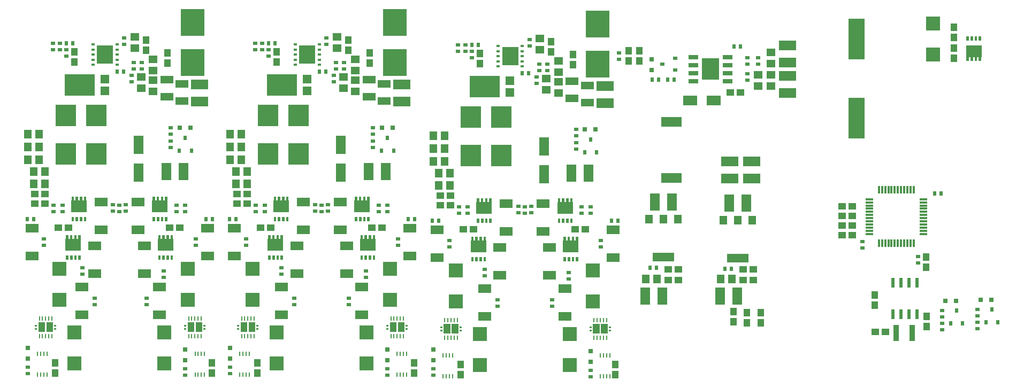
<source format=gtp>
G04*
G04 #@! TF.GenerationSoftware,Altium Limited,Altium Designer,23.11.1 (41)*
G04*
G04 Layer_Color=8421504*
%FSLAX25Y25*%
%MOIN*%
G70*
G04*
G04 #@! TF.SameCoordinates,C18E11E6-2F2A-4DEC-BC48-3546B0B1B692*
G04*
G04*
G04 #@! TF.FilePolarity,Positive*
G04*
G01*
G75*
%ADD17R,0.01200X0.04700*%
%ADD18R,0.04700X0.01200*%
%ADD19R,0.02362X0.02756*%
%ADD20R,0.19134X0.13228*%
%ADD21R,0.05512X0.05472*%
%ADD22R,0.03150X0.03150*%
%ADD23R,0.03150X0.03150*%
%ADD24R,0.08584X0.06417*%
%ADD25R,0.04331X0.04528*%
%ADD26R,0.12992X0.13386*%
G04:AMPARAMS|DCode=27|XSize=61.02mil|YSize=23.62mil|CornerRadius=0.59mil|HoleSize=0mil|Usage=FLASHONLY|Rotation=180.000|XOffset=0mil|YOffset=0mil|HoleType=Round|Shape=RoundedRectangle|*
%AMROUNDEDRECTD27*
21,1,0.06102,0.02244,0,0,180.0*
21,1,0.05984,0.02362,0,0,180.0*
1,1,0.00118,-0.02992,0.01122*
1,1,0.00118,0.02992,0.01122*
1,1,0.00118,0.02992,-0.01122*
1,1,0.00118,-0.02992,-0.01122*
%
%ADD27ROUNDEDRECTD27*%
%ADD28R,0.12600X0.06300*%
G04:AMPARAMS|DCode=29|XSize=23.62mil|YSize=9.45mil|CornerRadius=1.18mil|HoleSize=0mil|Usage=FLASHONLY|Rotation=270.000|XOffset=0mil|YOffset=0mil|HoleType=Round|Shape=RoundedRectangle|*
%AMROUNDEDRECTD29*
21,1,0.02362,0.00709,0,0,270.0*
21,1,0.02126,0.00945,0,0,270.0*
1,1,0.00236,-0.00354,-0.01063*
1,1,0.00236,-0.00354,0.01063*
1,1,0.00236,0.00354,0.01063*
1,1,0.00236,0.00354,-0.01063*
%
%ADD29ROUNDEDRECTD29*%
%ADD30R,0.02756X0.02362*%
%ADD31R,0.04528X0.04331*%
%ADD32R,0.04567X0.05787*%
%ADD33R,0.05787X0.04567*%
%ADD34R,0.07874X0.04921*%
%ADD35R,0.06024X0.10709*%
%ADD36R,0.10709X0.06024*%
%ADD37R,0.02362X0.05906*%
%ADD38R,0.03740X0.10236*%
%ADD39R,0.15000X0.16700*%
%ADD40R,0.02362X0.01181*%
%ADD41R,0.10236X0.11811*%
%ADD42R,0.00984X0.02953*%
%ADD43R,0.07874X0.05512*%
%ADD44R,0.06299X0.11811*%
%ADD45R,0.13780X0.05512*%
%ADD46R,0.04724X0.05512*%
%ADD47R,0.09843X0.25591*%
%ADD48R,0.08898X0.08504*%
G36*
X728894Y411169D02*
X727319D01*
Y413925D01*
X728894D01*
Y411169D01*
D02*
G37*
G36*
X726334D02*
X724759D01*
Y413925D01*
X726334D01*
Y411169D01*
D02*
G37*
G36*
X723775D02*
X722200D01*
Y413925D01*
X723775D01*
Y411169D01*
D02*
G37*
G36*
X721216D02*
X719641D01*
Y413925D01*
X721216D01*
Y411169D01*
D02*
G37*
G36*
X729110Y400775D02*
X728874D01*
Y398571D01*
X727339D01*
Y400775D01*
X726315D01*
Y398571D01*
X724780D01*
Y400775D01*
X723756D01*
Y398571D01*
X722221D01*
Y400775D01*
X721236D01*
Y398571D01*
X719622D01*
Y400775D01*
X719465D01*
Y408256D01*
X729110Y408295D01*
Y400775D01*
D02*
G37*
G36*
X565593Y386807D02*
X554924D01*
Y400193D01*
X565593D01*
Y386807D01*
D02*
G37*
G36*
X347878Y311725D02*
X348035D01*
Y304244D01*
X338390Y304205D01*
Y311725D01*
X338626D01*
Y313929D01*
X340161D01*
Y311725D01*
X341185D01*
Y313929D01*
X342720D01*
Y311725D01*
X343744D01*
Y313929D01*
X345279D01*
Y311725D01*
X346264D01*
Y313929D01*
X347878D01*
Y311725D01*
D02*
G37*
G36*
X297378D02*
X297535D01*
Y304244D01*
X287890Y304205D01*
Y311725D01*
X288126D01*
Y313929D01*
X289661D01*
Y311725D01*
X290685D01*
Y313929D01*
X292220D01*
Y311725D01*
X293244D01*
Y313929D01*
X294779D01*
Y311725D01*
X295764D01*
Y313929D01*
X297378D01*
Y311725D01*
D02*
G37*
G36*
X221878D02*
X222035D01*
Y304244D01*
X212390Y304205D01*
Y311725D01*
X212626D01*
Y313929D01*
X214161D01*
Y311725D01*
X215185D01*
Y313929D01*
X216720D01*
Y311725D01*
X217744D01*
Y313929D01*
X219279D01*
Y311725D01*
X220264D01*
Y313929D01*
X221878D01*
Y311725D01*
D02*
G37*
G36*
X171378D02*
X171535D01*
Y304244D01*
X161890Y304205D01*
Y311725D01*
X162126D01*
Y313929D01*
X163661D01*
Y311725D01*
X164685D01*
Y313929D01*
X166220D01*
Y311725D01*
X167244D01*
Y313929D01*
X168779D01*
Y311725D01*
X169764D01*
Y313929D01*
X171378D01*
Y311725D01*
D02*
G37*
G36*
X474378Y310725D02*
X474535D01*
Y303244D01*
X464890Y303205D01*
Y310725D01*
X465126D01*
Y312929D01*
X466661D01*
Y310725D01*
X467685D01*
Y312929D01*
X469220D01*
Y310725D01*
X470244D01*
Y312929D01*
X471779D01*
Y310725D01*
X472764D01*
Y312929D01*
X474378D01*
Y310725D01*
D02*
G37*
G36*
X423878D02*
X424035D01*
Y303244D01*
X414390Y303205D01*
Y310725D01*
X414626D01*
Y312929D01*
X416161D01*
Y310725D01*
X417185D01*
Y312929D01*
X418720D01*
Y310725D01*
X419744D01*
Y312929D01*
X421279D01*
Y310725D01*
X422264D01*
Y312929D01*
X423878D01*
Y310725D01*
D02*
G37*
G36*
X347859Y298575D02*
X346284D01*
Y301331D01*
X347859D01*
Y298575D01*
D02*
G37*
G36*
X345300D02*
X343725D01*
Y301331D01*
X345300D01*
Y298575D01*
D02*
G37*
G36*
X342741D02*
X341166D01*
Y301331D01*
X342741D01*
Y298575D01*
D02*
G37*
G36*
X340181D02*
X338606D01*
Y301331D01*
X340181D01*
Y298575D01*
D02*
G37*
G36*
X297359D02*
X295784D01*
Y301331D01*
X297359D01*
Y298575D01*
D02*
G37*
G36*
X294799D02*
X293225D01*
Y301331D01*
X294799D01*
Y298575D01*
D02*
G37*
G36*
X292241D02*
X290666D01*
Y301331D01*
X292241D01*
Y298575D01*
D02*
G37*
G36*
X289681D02*
X288106D01*
Y301331D01*
X289681D01*
Y298575D01*
D02*
G37*
G36*
X221859D02*
X220284D01*
Y301331D01*
X221859D01*
Y298575D01*
D02*
G37*
G36*
X219300D02*
X217725D01*
Y301331D01*
X219300D01*
Y298575D01*
D02*
G37*
G36*
X216741D02*
X215166D01*
Y301331D01*
X216741D01*
Y298575D01*
D02*
G37*
G36*
X214181D02*
X212606D01*
Y301331D01*
X214181D01*
Y298575D01*
D02*
G37*
G36*
X171359D02*
X169784D01*
Y301331D01*
X171359D01*
Y298575D01*
D02*
G37*
G36*
X168799D02*
X167225D01*
Y301331D01*
X168799D01*
Y298575D01*
D02*
G37*
G36*
X166241D02*
X164666D01*
Y301331D01*
X166241D01*
Y298575D01*
D02*
G37*
G36*
X163681D02*
X162106D01*
Y301331D01*
X163681D01*
Y298575D01*
D02*
G37*
G36*
X474359Y297575D02*
X472784D01*
Y300331D01*
X474359D01*
Y297575D01*
D02*
G37*
G36*
X471800D02*
X470225D01*
Y300331D01*
X471800D01*
Y297575D01*
D02*
G37*
G36*
X469241D02*
X467666D01*
Y300331D01*
X469241D01*
Y297575D01*
D02*
G37*
G36*
X466681D02*
X465106D01*
Y300331D01*
X466681D01*
Y297575D01*
D02*
G37*
G36*
X423859D02*
X422284D01*
Y300331D01*
X423859D01*
Y297575D01*
D02*
G37*
G36*
X421300D02*
X419725D01*
Y300331D01*
X421300D01*
Y297575D01*
D02*
G37*
G36*
X418741D02*
X417166D01*
Y300331D01*
X418741D01*
Y297575D01*
D02*
G37*
G36*
X416181D02*
X414606D01*
Y300331D01*
X416181D01*
Y297575D01*
D02*
G37*
G36*
X351378Y287725D02*
X351535D01*
Y280244D01*
X341890Y280205D01*
Y287725D01*
X342126D01*
Y289929D01*
X343661D01*
Y287725D01*
X344685D01*
Y289929D01*
X346220D01*
Y287725D01*
X347244D01*
Y289929D01*
X348779D01*
Y287725D01*
X349764D01*
Y289929D01*
X351378D01*
Y287725D01*
D02*
G37*
G36*
X293878D02*
X294035D01*
Y280244D01*
X284390Y280205D01*
Y287725D01*
X284626D01*
Y289929D01*
X286161D01*
Y287725D01*
X287185D01*
Y289929D01*
X288720D01*
Y287725D01*
X289744D01*
Y289929D01*
X291279D01*
Y287725D01*
X292264D01*
Y289929D01*
X293878D01*
Y287725D01*
D02*
G37*
G36*
X225378D02*
X225535D01*
Y280244D01*
X215890Y280205D01*
Y287725D01*
X216126D01*
Y289929D01*
X217661D01*
Y287725D01*
X218685D01*
Y289929D01*
X220220D01*
Y287725D01*
X221244D01*
Y289929D01*
X222779D01*
Y287725D01*
X223764D01*
Y289929D01*
X225378D01*
Y287725D01*
D02*
G37*
G36*
X167878D02*
X168035D01*
Y280244D01*
X158390Y280205D01*
Y287725D01*
X158626D01*
Y289929D01*
X160161D01*
Y287725D01*
X161185D01*
Y289929D01*
X162720D01*
Y287725D01*
X163744D01*
Y289929D01*
X165279D01*
Y287725D01*
X166264D01*
Y289929D01*
X167878D01*
Y287725D01*
D02*
G37*
G36*
X477878Y286725D02*
X478035D01*
Y279244D01*
X468390Y279205D01*
Y286725D01*
X468626D01*
Y288929D01*
X470161D01*
Y286725D01*
X471185D01*
Y288929D01*
X472720D01*
Y286725D01*
X473744D01*
Y288929D01*
X475279D01*
Y286725D01*
X476264D01*
Y288929D01*
X477878D01*
Y286725D01*
D02*
G37*
G36*
X420378D02*
X420535D01*
Y279244D01*
X410890Y279205D01*
Y286725D01*
X411126D01*
Y288929D01*
X412661D01*
Y286725D01*
X413685D01*
Y288929D01*
X415220D01*
Y286725D01*
X416244D01*
Y288929D01*
X417779D01*
Y286725D01*
X418764D01*
Y288929D01*
X420378D01*
Y286725D01*
D02*
G37*
G36*
X351359Y274575D02*
X349784D01*
Y277331D01*
X351359D01*
Y274575D01*
D02*
G37*
G36*
X348799D02*
X347225D01*
Y277331D01*
X348799D01*
Y274575D01*
D02*
G37*
G36*
X346241D02*
X344666D01*
Y277331D01*
X346241D01*
Y274575D01*
D02*
G37*
G36*
X343681D02*
X342106D01*
Y277331D01*
X343681D01*
Y274575D01*
D02*
G37*
G36*
X293859D02*
X292284D01*
Y277331D01*
X293859D01*
Y274575D01*
D02*
G37*
G36*
X291300D02*
X289725D01*
Y277331D01*
X291300D01*
Y274575D01*
D02*
G37*
G36*
X288741D02*
X287166D01*
Y277331D01*
X288741D01*
Y274575D01*
D02*
G37*
G36*
X286181D02*
X284606D01*
Y277331D01*
X286181D01*
Y274575D01*
D02*
G37*
G36*
X225359D02*
X223784D01*
Y277331D01*
X225359D01*
Y274575D01*
D02*
G37*
G36*
X222799D02*
X221225D01*
Y277331D01*
X222799D01*
Y274575D01*
D02*
G37*
G36*
X220241D02*
X218666D01*
Y277331D01*
X220241D01*
Y274575D01*
D02*
G37*
G36*
X217681D02*
X216106D01*
Y277331D01*
X217681D01*
Y274575D01*
D02*
G37*
G36*
X167859D02*
X166284D01*
Y277331D01*
X167859D01*
Y274575D01*
D02*
G37*
G36*
X165299D02*
X163725D01*
Y277331D01*
X165299D01*
Y274575D01*
D02*
G37*
G36*
X162741D02*
X161166D01*
Y277331D01*
X162741D01*
Y274575D01*
D02*
G37*
G36*
X160181D02*
X158606D01*
Y277331D01*
X160181D01*
Y274575D01*
D02*
G37*
G36*
X477859Y273575D02*
X476284D01*
Y276331D01*
X477859D01*
Y273575D01*
D02*
G37*
G36*
X475300D02*
X473725D01*
Y276331D01*
X475300D01*
Y273575D01*
D02*
G37*
G36*
X472741D02*
X471166D01*
Y276331D01*
X472741D01*
Y273575D01*
D02*
G37*
G36*
X470181D02*
X468606D01*
Y276331D01*
X470181D01*
Y273575D01*
D02*
G37*
G36*
X420359D02*
X418784D01*
Y276331D01*
X420359D01*
Y273575D01*
D02*
G37*
G36*
X417800D02*
X416225D01*
Y276331D01*
X417800D01*
Y273575D01*
D02*
G37*
G36*
X415241D02*
X413666D01*
Y276331D01*
X415241D01*
Y273575D01*
D02*
G37*
G36*
X412681D02*
X411106D01*
Y276331D01*
X412681D01*
Y273575D01*
D02*
G37*
G36*
X371693Y232992D02*
X370354D01*
Y233976D01*
X371693D01*
Y232992D01*
D02*
G37*
G36*
X359646D02*
X358307D01*
Y233976D01*
X359646D01*
Y232992D01*
D02*
G37*
G36*
X278693D02*
X277354D01*
Y233976D01*
X278693D01*
Y232992D01*
D02*
G37*
G36*
X266646D02*
X265307D01*
Y233976D01*
X266646D01*
Y232992D01*
D02*
G37*
G36*
X245693D02*
X244354D01*
Y233976D01*
X245693D01*
Y232992D01*
D02*
G37*
G36*
X233646D02*
X232307D01*
Y233976D01*
X233646D01*
Y232992D01*
D02*
G37*
G36*
X152693D02*
X151354D01*
Y233976D01*
X152693D01*
Y232992D01*
D02*
G37*
G36*
X140646D02*
X139307D01*
Y233976D01*
X140646D01*
Y232992D01*
D02*
G37*
G36*
X498193Y231992D02*
X496854D01*
Y232976D01*
X498193D01*
Y231992D01*
D02*
G37*
G36*
X486146D02*
X484807D01*
Y232976D01*
X486146D01*
Y231992D01*
D02*
G37*
G36*
X405193D02*
X403854D01*
Y232976D01*
X405193D01*
Y231992D01*
D02*
G37*
G36*
X393146D02*
X391807D01*
Y232976D01*
X393146D01*
Y231992D01*
D02*
G37*
G36*
X371693Y231024D02*
X370354D01*
Y232008D01*
X371693D01*
Y231024D01*
D02*
G37*
G36*
X359646D02*
X358307D01*
Y232008D01*
X359646D01*
Y231024D01*
D02*
G37*
G36*
X278693D02*
X277354D01*
Y232008D01*
X278693D01*
Y231024D01*
D02*
G37*
G36*
X266646D02*
X265307D01*
Y232008D01*
X266646D01*
Y231024D01*
D02*
G37*
G36*
X245693D02*
X244354D01*
Y232008D01*
X245693D01*
Y231024D01*
D02*
G37*
G36*
X233646D02*
X232307D01*
Y232008D01*
X233646D01*
Y231024D01*
D02*
G37*
G36*
X152693D02*
X151354D01*
Y232008D01*
X152693D01*
Y231024D01*
D02*
G37*
G36*
X140646D02*
X139307D01*
Y232008D01*
X140646D01*
Y231024D01*
D02*
G37*
G36*
X498193Y230024D02*
X496854D01*
Y231008D01*
X498193D01*
Y230024D01*
D02*
G37*
G36*
X486146D02*
X484807D01*
Y231008D01*
X486146D01*
Y230024D01*
D02*
G37*
G36*
X405193D02*
X403854D01*
Y231008D01*
X405193D01*
Y230024D01*
D02*
G37*
G36*
X393146D02*
X391807D01*
Y231008D01*
X393146D01*
Y230024D01*
D02*
G37*
G36*
X369567Y229547D02*
X365394D01*
Y235453D01*
X369567D01*
Y229547D01*
D02*
G37*
G36*
X364606D02*
X360433D01*
Y235453D01*
X364606D01*
Y229547D01*
D02*
G37*
G36*
X276567D02*
X272394D01*
Y235453D01*
X276567D01*
Y229547D01*
D02*
G37*
G36*
X271606D02*
X267433D01*
Y235453D01*
X271606D01*
Y229547D01*
D02*
G37*
G36*
X243567D02*
X239394D01*
Y235453D01*
X243567D01*
Y229547D01*
D02*
G37*
G36*
X238606D02*
X234433D01*
Y235453D01*
X238606D01*
Y229547D01*
D02*
G37*
G36*
X150567D02*
X146394D01*
Y235453D01*
X150567D01*
Y229547D01*
D02*
G37*
G36*
X145606D02*
X141433D01*
Y235453D01*
X145606D01*
Y229547D01*
D02*
G37*
G36*
X496067Y228547D02*
X491894D01*
Y234453D01*
X496067D01*
Y228547D01*
D02*
G37*
G36*
X491106D02*
X486933D01*
Y234453D01*
X491106D01*
Y228547D01*
D02*
G37*
G36*
X403067D02*
X398894D01*
Y234453D01*
X403067D01*
Y228547D01*
D02*
G37*
G36*
X398106D02*
X393933D01*
Y234453D01*
X398106D01*
Y228547D01*
D02*
G37*
D17*
X686827Y318232D02*
D03*
X684858D02*
D03*
X682890D02*
D03*
X680921D02*
D03*
X678953D02*
D03*
X676984D02*
D03*
X675016D02*
D03*
X673047D02*
D03*
X671079D02*
D03*
X669110D02*
D03*
X667142D02*
D03*
X665173D02*
D03*
Y284768D02*
D03*
X667142D02*
D03*
X669110D02*
D03*
X671079D02*
D03*
X673047D02*
D03*
X675016D02*
D03*
X676984D02*
D03*
X678953D02*
D03*
X680921D02*
D03*
X682890D02*
D03*
X684858D02*
D03*
X686827D02*
D03*
D18*
X659268Y312327D02*
D03*
Y310358D02*
D03*
Y308390D02*
D03*
Y306421D02*
D03*
Y304453D02*
D03*
Y302484D02*
D03*
Y300516D02*
D03*
Y298547D02*
D03*
Y296579D02*
D03*
Y294610D02*
D03*
Y292642D02*
D03*
Y290673D02*
D03*
X692732D02*
D03*
Y292642D02*
D03*
Y294610D02*
D03*
Y296579D02*
D03*
Y298547D02*
D03*
Y300516D02*
D03*
Y302484D02*
D03*
Y304453D02*
D03*
Y306421D02*
D03*
Y308390D02*
D03*
Y310358D02*
D03*
Y312327D02*
D03*
D19*
X700032Y316000D02*
D03*
X703968D02*
D03*
X526469Y269500D02*
D03*
X522532D02*
D03*
X573118Y269000D02*
D03*
X569181D02*
D03*
X194468Y392000D02*
D03*
X190532D02*
D03*
X320468D02*
D03*
X316531D02*
D03*
X443032Y391000D02*
D03*
X446969D02*
D03*
X159031Y409500D02*
D03*
X162969D02*
D03*
X285032D02*
D03*
X288968D02*
D03*
X411531Y408500D02*
D03*
X415469D02*
D03*
X533532Y387000D02*
D03*
X537468D02*
D03*
X527727D02*
D03*
X523790D02*
D03*
X578727Y407500D02*
D03*
X574790D02*
D03*
X249969Y300000D02*
D03*
X246031D02*
D03*
X375969D02*
D03*
X372031D02*
D03*
X502468Y299000D02*
D03*
X498531D02*
D03*
X138469Y300000D02*
D03*
X134531D02*
D03*
X264469D02*
D03*
X260531D02*
D03*
X390968Y299000D02*
D03*
X387032D02*
D03*
X229260Y342563D02*
D03*
X236740D02*
D03*
X233000Y350437D02*
D03*
X481760Y341563D02*
D03*
X489240D02*
D03*
X485500Y349437D02*
D03*
X355260Y342563D02*
D03*
X362740D02*
D03*
X359000Y350437D02*
D03*
X735500Y243437D02*
D03*
X739240Y235563D02*
D03*
X731760D02*
D03*
X713500Y242937D02*
D03*
X717240Y235063D02*
D03*
X709760D02*
D03*
D20*
X419567Y382500D02*
D03*
X167067Y383500D02*
D03*
X293067D02*
D03*
D21*
X435244Y386122D02*
D03*
Y378878D02*
D03*
X182744Y379878D02*
D03*
Y387122D02*
D03*
X308744Y379878D02*
D03*
Y387122D02*
D03*
D22*
X713180Y249043D02*
D03*
X706481D02*
D03*
X728480Y249542D02*
D03*
X735181D02*
D03*
X488681Y356043D02*
D03*
X481981D02*
D03*
X355481Y357043D02*
D03*
X362180D02*
D03*
X236180D02*
D03*
X229481D02*
D03*
D23*
X387457Y218681D02*
D03*
Y211981D02*
D03*
X260958Y212981D02*
D03*
Y219681D02*
D03*
X134958D02*
D03*
Y212981D02*
D03*
X485458Y210981D02*
D03*
Y217681D02*
D03*
X358958Y218681D02*
D03*
Y211981D02*
D03*
X232958D02*
D03*
Y218681D02*
D03*
X523716Y392981D02*
D03*
Y399680D02*
D03*
D24*
X562312Y374000D02*
D03*
X547688D02*
D03*
D25*
X583000Y235350D02*
D03*
Y241650D02*
D03*
X694500Y276150D02*
D03*
Y269850D02*
D03*
X164000Y404150D02*
D03*
Y397850D02*
D03*
X290000Y404150D02*
D03*
Y397850D02*
D03*
X416500Y403150D02*
D03*
Y396850D02*
D03*
X249500Y210150D02*
D03*
Y203850D02*
D03*
X375500Y210150D02*
D03*
Y203850D02*
D03*
X501000Y202850D02*
D03*
Y209150D02*
D03*
X152000Y210150D02*
D03*
Y203850D02*
D03*
X278000Y210150D02*
D03*
Y203850D02*
D03*
X404500Y209150D02*
D03*
Y202850D02*
D03*
X574500Y235850D02*
D03*
Y242150D02*
D03*
X591500Y235350D02*
D03*
Y241650D02*
D03*
X515759Y398500D02*
D03*
Y404799D02*
D03*
X509259D02*
D03*
Y398500D02*
D03*
X208500Y405350D02*
D03*
Y411650D02*
D03*
X334500Y405350D02*
D03*
Y411650D02*
D03*
X461000Y404350D02*
D03*
Y410650D02*
D03*
X222000Y397350D02*
D03*
Y403650D02*
D03*
X348000Y397350D02*
D03*
Y403650D02*
D03*
X474500Y396350D02*
D03*
Y402650D02*
D03*
X695000Y239150D02*
D03*
Y232850D02*
D03*
X662500Y246350D02*
D03*
Y252650D02*
D03*
X712000Y400350D02*
D03*
Y406650D02*
D03*
Y413350D02*
D03*
Y419650D02*
D03*
D26*
X430000Y339500D02*
D03*
Y363500D02*
D03*
X411000D02*
D03*
Y339500D02*
D03*
X284500Y340500D02*
D03*
Y364500D02*
D03*
X303500D02*
D03*
Y340500D02*
D03*
X177500D02*
D03*
Y364500D02*
D03*
X158500D02*
D03*
Y340500D02*
D03*
D27*
X570889Y386000D02*
D03*
Y391000D02*
D03*
Y396000D02*
D03*
Y401000D02*
D03*
X549629D02*
D03*
Y396000D02*
D03*
Y391000D02*
D03*
Y386000D02*
D03*
D28*
X536000Y325450D02*
D03*
Y360550D02*
D03*
D29*
X402437Y225988D02*
D03*
X400468D02*
D03*
X398500D02*
D03*
X396532D02*
D03*
X394563D02*
D03*
Y237012D02*
D03*
X396532D02*
D03*
X398500D02*
D03*
X400468D02*
D03*
X402437D02*
D03*
X275937Y238012D02*
D03*
X273969D02*
D03*
X272000D02*
D03*
X270031D02*
D03*
X268063D02*
D03*
Y226988D02*
D03*
X270031D02*
D03*
X272000D02*
D03*
X273969D02*
D03*
X275937D02*
D03*
X495437Y225988D02*
D03*
X493469D02*
D03*
X491500D02*
D03*
X489532D02*
D03*
X487563D02*
D03*
Y237012D02*
D03*
X489532D02*
D03*
X491500D02*
D03*
X493469D02*
D03*
X495437D02*
D03*
X368937Y238012D02*
D03*
X366968D02*
D03*
X365000D02*
D03*
X363032D02*
D03*
X361063D02*
D03*
Y226988D02*
D03*
X363032D02*
D03*
X365000D02*
D03*
X366968D02*
D03*
X368937D02*
D03*
X149937D02*
D03*
X147968D02*
D03*
X146000D02*
D03*
X144032D02*
D03*
X142063D02*
D03*
Y238012D02*
D03*
X144032D02*
D03*
X146000D02*
D03*
X147968D02*
D03*
X149937D02*
D03*
X242937D02*
D03*
X240968D02*
D03*
X239000D02*
D03*
X237032D02*
D03*
X235063D02*
D03*
Y226988D02*
D03*
X237032D02*
D03*
X239000D02*
D03*
X240968D02*
D03*
X242937D02*
D03*
D30*
X159000Y401532D02*
D03*
Y405469D02*
D03*
X285000Y401532D02*
D03*
Y405469D02*
D03*
X411500Y400531D02*
D03*
Y404468D02*
D03*
X503259Y403618D02*
D03*
Y399681D02*
D03*
X196000Y305031D02*
D03*
Y308968D02*
D03*
X322000Y305031D02*
D03*
Y308968D02*
D03*
X448500Y304031D02*
D03*
Y307968D02*
D03*
X192000Y304532D02*
D03*
Y308469D02*
D03*
X318000Y304532D02*
D03*
Y308469D02*
D03*
X444500Y303532D02*
D03*
Y307469D02*
D03*
X188000Y305031D02*
D03*
Y308968D02*
D03*
X314000Y305031D02*
D03*
Y308968D02*
D03*
X440500Y304031D02*
D03*
Y307968D02*
D03*
X206000Y397468D02*
D03*
Y393531D02*
D03*
X332000Y397468D02*
D03*
Y393531D02*
D03*
X458500Y396468D02*
D03*
Y392531D02*
D03*
X201000Y397468D02*
D03*
Y393531D02*
D03*
X327000Y397468D02*
D03*
Y393531D02*
D03*
X453500Y396468D02*
D03*
Y392531D02*
D03*
X199500Y385500D02*
D03*
Y389437D02*
D03*
X325500Y385500D02*
D03*
Y389437D02*
D03*
X452000Y384500D02*
D03*
Y388437D02*
D03*
X227500Y308469D02*
D03*
Y304532D02*
D03*
X353500D02*
D03*
Y308469D02*
D03*
X480000Y303532D02*
D03*
Y307469D02*
D03*
X151000Y308469D02*
D03*
Y304532D02*
D03*
X277000Y308469D02*
D03*
Y304532D02*
D03*
X403500Y307469D02*
D03*
Y303532D02*
D03*
X689500Y272532D02*
D03*
Y276468D02*
D03*
X655000Y282031D02*
D03*
Y285968D02*
D03*
X589759Y396532D02*
D03*
Y400468D02*
D03*
X583259Y396532D02*
D03*
Y400468D02*
D03*
Y390469D02*
D03*
Y386531D02*
D03*
X195000Y412968D02*
D03*
Y409031D02*
D03*
X321000Y412968D02*
D03*
Y409031D02*
D03*
X447500Y411969D02*
D03*
Y408032D02*
D03*
X155000Y405532D02*
D03*
Y409469D02*
D03*
X281000Y405532D02*
D03*
Y409469D02*
D03*
X407500Y404531D02*
D03*
Y408468D02*
D03*
X150500Y409469D02*
D03*
Y405532D02*
D03*
X276500Y409469D02*
D03*
Y405532D02*
D03*
X403000Y408468D02*
D03*
Y404531D02*
D03*
X224000Y348437D02*
D03*
Y344500D02*
D03*
X350000D02*
D03*
Y348437D02*
D03*
X476500Y343500D02*
D03*
Y347437D02*
D03*
X224000Y356937D02*
D03*
Y353000D02*
D03*
X350000Y356937D02*
D03*
Y353000D02*
D03*
X476500Y355937D02*
D03*
Y352000D02*
D03*
X233000Y202532D02*
D03*
Y206469D02*
D03*
X359000D02*
D03*
Y202532D02*
D03*
X485500Y205469D02*
D03*
Y201532D02*
D03*
X135000Y207469D02*
D03*
Y203532D02*
D03*
X261000Y207469D02*
D03*
Y203532D02*
D03*
X387500Y206469D02*
D03*
Y202532D02*
D03*
X219500Y263531D02*
D03*
Y267469D02*
D03*
X345500Y263531D02*
D03*
Y267469D02*
D03*
X472000Y262531D02*
D03*
Y266469D02*
D03*
X169000Y265531D02*
D03*
Y269468D02*
D03*
X293000D02*
D03*
Y265531D02*
D03*
X419500Y268468D02*
D03*
Y264531D02*
D03*
X209000Y250468D02*
D03*
Y246532D02*
D03*
X335000Y250468D02*
D03*
Y246532D02*
D03*
X461500Y249468D02*
D03*
Y245532D02*
D03*
X176500Y250468D02*
D03*
Y246532D02*
D03*
X301000Y250468D02*
D03*
Y246532D02*
D03*
X427500Y249468D02*
D03*
Y245532D02*
D03*
X156500Y308469D02*
D03*
Y304532D02*
D03*
X282500Y308469D02*
D03*
Y304532D02*
D03*
X409000Y307469D02*
D03*
Y303532D02*
D03*
X233000Y308469D02*
D03*
Y304532D02*
D03*
X359000Y308469D02*
D03*
Y304532D02*
D03*
X485500Y307469D02*
D03*
Y303532D02*
D03*
X239500Y287469D02*
D03*
Y283531D02*
D03*
X365500Y287469D02*
D03*
Y283531D02*
D03*
X492000Y286469D02*
D03*
Y282531D02*
D03*
X145000Y283531D02*
D03*
Y287469D02*
D03*
X271000D02*
D03*
Y283531D02*
D03*
X397500Y286469D02*
D03*
Y282531D02*
D03*
X726500Y243468D02*
D03*
Y239531D02*
D03*
X704500Y242969D02*
D03*
Y239032D02*
D03*
X726500Y235469D02*
D03*
Y231532D02*
D03*
X704500Y234968D02*
D03*
Y231031D02*
D03*
X530322Y396500D02*
D03*
X538196Y400240D02*
D03*
Y392760D02*
D03*
D31*
X540150Y262000D02*
D03*
X533850D02*
D03*
X540150Y268500D02*
D03*
X533850D02*
D03*
X586799D02*
D03*
X580500D02*
D03*
X586799Y262000D02*
D03*
X580500D02*
D03*
X578908Y379000D02*
D03*
X572609D02*
D03*
X229650Y294500D02*
D03*
X223350D02*
D03*
X355650D02*
D03*
X349350D02*
D03*
X482150Y293500D02*
D03*
X475850D02*
D03*
X153850Y294500D02*
D03*
X160150D02*
D03*
X279850D02*
D03*
X286150D02*
D03*
X406350Y293500D02*
D03*
X412650D02*
D03*
X139350Y309500D02*
D03*
X145650D02*
D03*
X265350D02*
D03*
X271650D02*
D03*
X391850Y308500D02*
D03*
X398150D02*
D03*
X139350Y315500D02*
D03*
X145650D02*
D03*
X271650D02*
D03*
X265350D02*
D03*
X398150Y314500D02*
D03*
X391850D02*
D03*
X648650Y290000D02*
D03*
X642350D02*
D03*
X648650Y296000D02*
D03*
X642350D02*
D03*
X648650Y308000D02*
D03*
X642350D02*
D03*
X648650Y302000D02*
D03*
X642350D02*
D03*
X669150Y229500D02*
D03*
X662850D02*
D03*
D32*
X526965Y262500D02*
D03*
X520035D02*
D03*
X135035Y337000D02*
D03*
X141965D02*
D03*
X261035D02*
D03*
X267965D02*
D03*
X387535Y336000D02*
D03*
X394465D02*
D03*
X135035Y345000D02*
D03*
X141965D02*
D03*
X261035D02*
D03*
X267965D02*
D03*
X387535Y344000D02*
D03*
X394465D02*
D03*
X135035Y353000D02*
D03*
X141965D02*
D03*
X261035D02*
D03*
X267965D02*
D03*
X387535Y352000D02*
D03*
X394465D02*
D03*
X145465Y329500D02*
D03*
X138535D02*
D03*
X271465D02*
D03*
X264535D02*
D03*
X397965Y328500D02*
D03*
X391035D02*
D03*
X138535Y322000D02*
D03*
X145465D02*
D03*
X264535D02*
D03*
X271465D02*
D03*
X391035Y321000D02*
D03*
X397965D02*
D03*
X573614Y262500D02*
D03*
X566685D02*
D03*
D33*
X201500Y413465D02*
D03*
Y406535D02*
D03*
X327500Y413465D02*
D03*
Y406535D02*
D03*
X454000Y412465D02*
D03*
Y405535D02*
D03*
X205500Y381535D02*
D03*
Y388465D02*
D03*
X331500Y381535D02*
D03*
Y388465D02*
D03*
X458000Y380535D02*
D03*
Y387465D02*
D03*
X213000Y379535D02*
D03*
Y386465D02*
D03*
X339000Y379535D02*
D03*
Y386465D02*
D03*
X465500Y378535D02*
D03*
Y385465D02*
D03*
X213000Y399465D02*
D03*
Y392535D02*
D03*
X339000Y399465D02*
D03*
Y392535D02*
D03*
X465500Y398465D02*
D03*
Y391535D02*
D03*
X589759Y389965D02*
D03*
Y383035D02*
D03*
X597759Y389965D02*
D03*
Y383035D02*
D03*
Y403965D02*
D03*
Y397035D02*
D03*
D34*
X231000Y384413D02*
D03*
Y373587D02*
D03*
X357000Y384413D02*
D03*
Y373587D02*
D03*
X483500Y383413D02*
D03*
Y372587D02*
D03*
X221500Y386913D02*
D03*
Y376087D02*
D03*
X347500Y386913D02*
D03*
Y376087D02*
D03*
X474000Y385913D02*
D03*
Y375087D02*
D03*
D35*
X519721Y252000D02*
D03*
X530279D02*
D03*
X536279Y310500D02*
D03*
X525721D02*
D03*
X566370Y252000D02*
D03*
X576929D02*
D03*
X221220Y329500D02*
D03*
X231780D02*
D03*
X347220D02*
D03*
X357780D02*
D03*
X473721Y328500D02*
D03*
X484279D02*
D03*
X571870Y310000D02*
D03*
X582429D02*
D03*
D36*
X585759Y335780D02*
D03*
Y325220D02*
D03*
X572259Y335780D02*
D03*
Y325220D02*
D03*
X608259Y378720D02*
D03*
Y389280D02*
D03*
X242000Y383780D02*
D03*
Y373220D02*
D03*
X368000Y383780D02*
D03*
Y373220D02*
D03*
X494500Y382780D02*
D03*
Y372220D02*
D03*
X608259Y408280D02*
D03*
Y397721D02*
D03*
D37*
X674000Y240657D02*
D03*
X679000D02*
D03*
X684000D02*
D03*
X689000D02*
D03*
X674000Y260343D02*
D03*
X679000D02*
D03*
X684000D02*
D03*
X689000D02*
D03*
D38*
X686020Y229000D02*
D03*
X675980D02*
D03*
D39*
X237500Y422550D02*
D03*
Y397450D02*
D03*
X363500Y422550D02*
D03*
Y397450D02*
D03*
X490000Y421550D02*
D03*
Y396450D02*
D03*
D40*
X190480Y408799D02*
D03*
Y405650D02*
D03*
Y402500D02*
D03*
Y399350D02*
D03*
Y396201D02*
D03*
X175520Y408799D02*
D03*
Y405650D02*
D03*
Y402500D02*
D03*
Y399350D02*
D03*
Y396201D02*
D03*
X301520D02*
D03*
Y399350D02*
D03*
Y402500D02*
D03*
Y405650D02*
D03*
Y408799D02*
D03*
X316480Y396201D02*
D03*
Y399350D02*
D03*
Y402500D02*
D03*
Y405650D02*
D03*
Y408799D02*
D03*
X442980Y407799D02*
D03*
Y404650D02*
D03*
Y401500D02*
D03*
Y398350D02*
D03*
Y395201D02*
D03*
X428020Y407799D02*
D03*
Y404650D02*
D03*
Y401500D02*
D03*
Y398350D02*
D03*
Y395201D02*
D03*
D41*
X183000Y402500D02*
D03*
X309000D02*
D03*
X435500Y401500D02*
D03*
D42*
X239063Y215992D02*
D03*
X241032D02*
D03*
X243000D02*
D03*
X244969D02*
D03*
X239063Y203000D02*
D03*
X241032D02*
D03*
X243000D02*
D03*
X244969D02*
D03*
X365000Y216000D02*
D03*
X366968D02*
D03*
X368937D02*
D03*
X370905D02*
D03*
X365000Y203008D02*
D03*
X366968D02*
D03*
X368937D02*
D03*
X370905D02*
D03*
X491500Y215000D02*
D03*
X493469D02*
D03*
X495437D02*
D03*
X497405D02*
D03*
X491500Y202008D02*
D03*
X493469D02*
D03*
X495437D02*
D03*
X497405D02*
D03*
X146906Y203008D02*
D03*
X144937D02*
D03*
X142968D02*
D03*
X141000D02*
D03*
X146906Y216000D02*
D03*
X144937D02*
D03*
X142968D02*
D03*
X141000D02*
D03*
X267000D02*
D03*
X268969D02*
D03*
X270937D02*
D03*
X272905D02*
D03*
X267000Y203008D02*
D03*
X268969D02*
D03*
X270937D02*
D03*
X272905D02*
D03*
X393500Y215000D02*
D03*
X395468D02*
D03*
X397437D02*
D03*
X399406D02*
D03*
X393500Y202008D02*
D03*
X395468D02*
D03*
X397437D02*
D03*
X399406D02*
D03*
D43*
X207500Y265839D02*
D03*
Y283161D02*
D03*
X333500Y265839D02*
D03*
Y283161D02*
D03*
X460000Y264839D02*
D03*
Y282161D02*
D03*
X176500Y283161D02*
D03*
Y265839D02*
D03*
X302500D02*
D03*
Y283161D02*
D03*
X429000Y264839D02*
D03*
Y282161D02*
D03*
X217000Y257661D02*
D03*
Y240339D02*
D03*
X343000Y257661D02*
D03*
Y240339D02*
D03*
X469500Y256661D02*
D03*
Y239339D02*
D03*
X168500Y240339D02*
D03*
Y257661D02*
D03*
X293000D02*
D03*
Y240339D02*
D03*
X419500Y256661D02*
D03*
Y239339D02*
D03*
X203500Y293339D02*
D03*
Y310661D02*
D03*
X329500Y293339D02*
D03*
Y310661D02*
D03*
X456000Y292339D02*
D03*
Y309661D02*
D03*
X180500Y293339D02*
D03*
Y310661D02*
D03*
X306500Y293339D02*
D03*
Y310661D02*
D03*
X433000Y292339D02*
D03*
Y309661D02*
D03*
X247000Y276839D02*
D03*
Y294161D02*
D03*
X373000D02*
D03*
Y276839D02*
D03*
X499500Y293161D02*
D03*
Y275839D02*
D03*
X137500Y294161D02*
D03*
Y276839D02*
D03*
X263500Y294161D02*
D03*
Y276839D02*
D03*
X390000Y293161D02*
D03*
Y275839D02*
D03*
D44*
X204000Y328839D02*
D03*
Y346161D02*
D03*
X330000Y328839D02*
D03*
Y346161D02*
D03*
X456500Y327839D02*
D03*
Y345161D02*
D03*
D45*
X531000Y276189D02*
D03*
X577150Y275689D02*
D03*
D46*
X521945Y299811D02*
D03*
X531000D02*
D03*
X540055D02*
D03*
X586205Y299311D02*
D03*
X577150D02*
D03*
X568094D02*
D03*
D47*
X651259Y362894D02*
D03*
Y412106D02*
D03*
D48*
X220000Y229279D02*
D03*
Y209988D02*
D03*
X346000Y229279D02*
D03*
Y209988D02*
D03*
X472500Y228279D02*
D03*
Y208988D02*
D03*
X234500Y249721D02*
D03*
Y269012D02*
D03*
X360500Y249721D02*
D03*
Y269012D02*
D03*
X487000Y248721D02*
D03*
Y268012D02*
D03*
X154500Y269012D02*
D03*
Y249721D02*
D03*
X275000D02*
D03*
Y269012D02*
D03*
X401500Y248721D02*
D03*
Y268012D02*
D03*
X164000Y229279D02*
D03*
Y209988D02*
D03*
X290000Y229279D02*
D03*
Y209988D02*
D03*
X416500Y208988D02*
D03*
Y228279D02*
D03*
X699000Y422012D02*
D03*
Y402720D02*
D03*
M02*

</source>
